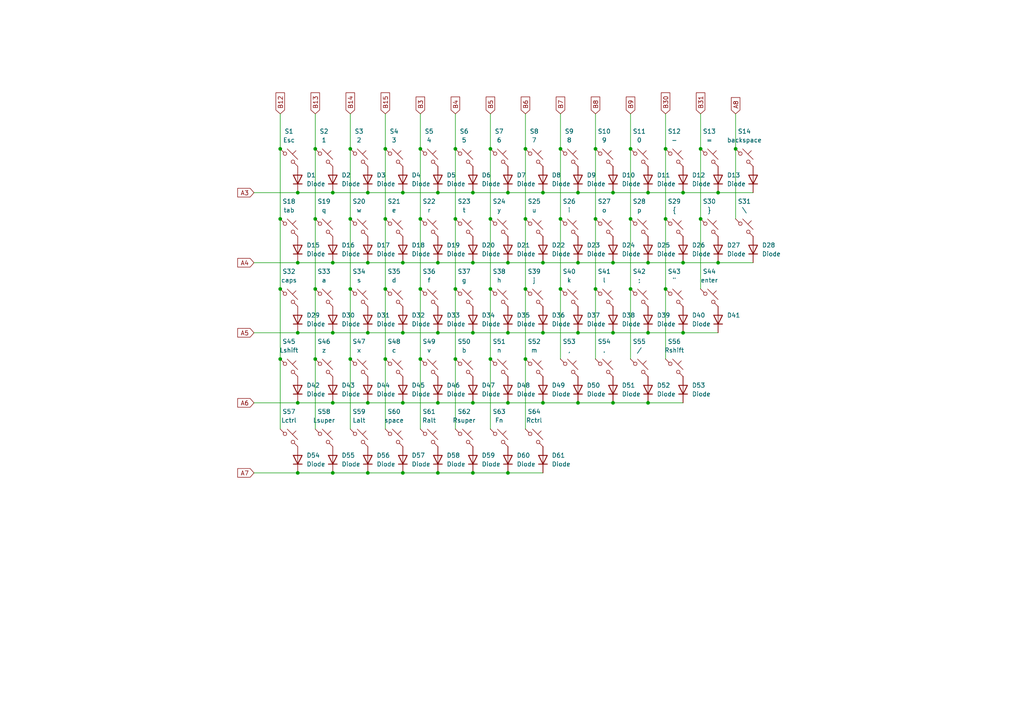
<source format=kicad_sch>
(kicad_sch (version 20231120) (generator "eeschema") (generator_version "8.0")
  (paper "A4")
  (title_block (title "KP1800 Matrix") (date "2025-05-02") (rev "0.1"))
  (junction (at 177.8 76.2))
  (junction (at 116.84 137.16))
  (junction (at 177.8 116.84))
  (junction (at 116.84 116.84))
  (junction (at 152.4 63.5))
  (junction (at 121.92 104.14))
  (junction (at 172.72 43.18))
  (junction (at 167.64 116.84))
  (junction (at 81.28 43.18))
  (junction (at 142.24 43.18))
  (junction (at 152.4 83.82))
  (junction (at 157.48 96.52))
  (junction (at 101.6 63.5))
  (junction (at 162.56 83.82))
  (junction (at 203.2 63.5))
  (junction (at 137.16 55.88))
  (junction (at 91.44 83.82))
  (junction (at 147.32 76.2))
  (junction (at 147.32 137.16))
  (junction (at 187.96 55.88))
  (junction (at 121.92 43.18))
  (junction (at 182.88 63.5))
  (junction (at 127 76.2))
  (junction (at 152.4 43.18))
  (junction (at 157.48 76.2))
  (junction (at 132.08 43.18))
  (junction (at 137.16 96.52))
  (junction (at 81.28 63.5))
  (junction (at 213.36 43.18))
  (junction (at 127 96.52))
  (junction (at 101.6 43.18))
  (junction (at 198.12 96.52))
  (junction (at 193.04 43.18))
  (junction (at 96.52 55.88))
  (junction (at 198.12 76.2))
  (junction (at 147.32 96.52))
  (junction (at 137.16 76.2))
  (junction (at 106.68 96.52))
  (junction (at 147.32 116.84))
  (junction (at 147.32 55.88))
  (junction (at 106.68 116.84))
  (junction (at 137.16 137.16))
  (junction (at 162.56 63.5))
  (junction (at 142.24 104.14))
  (junction (at 121.92 83.82))
  (junction (at 91.44 104.14))
  (junction (at 101.6 104.14))
  (junction (at 142.24 83.82))
  (junction (at 182.88 83.82))
  (junction (at 132.08 104.14))
  (junction (at 81.28 104.14))
  (junction (at 96.52 116.84))
  (junction (at 96.52 76.2))
  (junction (at 167.64 76.2))
  (junction (at 203.2 43.18))
  (junction (at 127 137.16))
  (junction (at 86.36 55.88))
  (junction (at 157.48 55.88))
  (junction (at 111.76 83.82))
  (junction (at 198.12 55.88))
  (junction (at 137.16 116.84))
  (junction (at 101.6 83.82))
  (junction (at 116.84 55.88))
  (junction (at 187.96 116.84))
  (junction (at 187.96 96.52))
  (junction (at 111.76 104.14))
  (junction (at 187.96 76.2))
  (junction (at 182.88 43.18))
  (junction (at 162.56 43.18))
  (junction (at 132.08 63.5))
  (junction (at 152.4 104.14))
  (junction (at 116.84 76.2))
  (junction (at 96.52 137.16))
  (junction (at 142.24 63.5))
  (junction (at 106.68 137.16))
  (junction (at 157.48 116.84))
  (junction (at 208.28 55.88))
  (junction (at 91.44 43.18))
  (junction (at 86.36 76.2))
  (junction (at 127 55.88))
  (junction (at 106.68 76.2))
  (junction (at 81.28 83.82))
  (junction (at 86.36 116.84))
  (junction (at 121.92 63.5))
  (junction (at 96.52 96.52))
  (junction (at 177.8 96.52))
  (junction (at 116.84 96.52))
  (junction (at 177.8 55.88))
  (junction (at 86.36 96.52))
  (junction (at 208.28 76.2))
  (junction (at 167.64 96.52))
  (junction (at 172.72 63.5))
  (junction (at 91.44 63.5))
  (junction (at 106.68 55.88))
  (junction (at 167.64 55.88))
  (junction (at 132.08 83.82))
  (junction (at 193.04 83.82))
  (junction (at 111.76 63.5))
  (junction (at 172.72 83.82))
  (junction (at 86.36 137.16))
  (junction (at 127 116.84))
  (junction (at 193.04 63.5))
  (junction (at 111.76 43.18))
  (wire (pts (xy 73.66 116.84) (xy 86.36 116.84)))
  (wire (pts (xy 172.72 63.5) (xy 172.72 83.82)))
  (wire (pts (xy 132.08 63.5) (xy 132.08 83.82)))
  (wire (pts (xy 162.56 63.5) (xy 162.56 83.82)))
  (wire (pts (xy 127 116.84) (xy 137.16 116.84)))
  (wire (pts (xy 96.52 137.16) (xy 106.68 137.16)))
  (wire (pts (xy 147.32 96.52) (xy 157.48 96.52)))
  (wire (pts (xy 127 76.2) (xy 137.16 76.2)))
  (wire (pts (xy 152.4 83.82) (xy 152.4 104.14)))
  (wire (pts (xy 116.84 76.2) (xy 127 76.2)))
  (wire (pts (xy 121.92 104.14) (xy 121.92 124.46)))
  (wire (pts (xy 137.16 96.52) (xy 147.32 96.52)))
  (wire (pts (xy 127 55.88) (xy 137.16 55.88)))
  (wire (pts (xy 187.96 76.2) (xy 198.12 76.2)))
  (wire (pts (xy 81.28 83.82) (xy 81.28 104.14)))
  (wire (pts (xy 177.8 55.88) (xy 187.96 55.88)))
  (wire (pts (xy 111.76 43.18) (xy 111.76 63.5)))
  (wire (pts (xy 81.28 43.18) (xy 81.28 63.5)))
  (wire (pts (xy 101.6 43.18) (xy 101.6 63.5)))
  (wire (pts (xy 86.36 76.2) (xy 96.52 76.2)))
  (wire (pts (xy 182.88 33.02) (xy 182.88 43.18)))
  (wire (pts (xy 121.92 83.82) (xy 121.92 104.14)))
  (wire (pts (xy 182.88 83.82) (xy 182.88 104.14)))
  (wire (pts (xy 86.36 96.52) (xy 96.52 96.52)))
  (wire (pts (xy 86.36 55.88) (xy 96.52 55.88)))
  (wire (pts (xy 167.64 76.2) (xy 177.8 76.2)))
  (wire (pts (xy 137.16 116.84) (xy 147.32 116.84)))
  (wire (pts (xy 132.08 104.14) (xy 132.08 124.46)))
  (wire (pts (xy 157.48 96.52) (xy 167.64 96.52)))
  (wire (pts (xy 177.8 76.2) (xy 187.96 76.2)))
  (wire (pts (xy 116.84 137.16) (xy 127 137.16)))
  (wire (pts (xy 73.66 137.16) (xy 86.36 137.16)))
  (wire (pts (xy 152.4 104.14) (xy 152.4 124.46)))
  (wire (pts (xy 177.8 116.84) (xy 187.96 116.84)))
  (wire (pts (xy 198.12 76.2) (xy 208.28 76.2)))
  (wire (pts (xy 162.56 83.82) (xy 162.56 104.14)))
  (wire (pts (xy 167.64 55.88) (xy 177.8 55.88)))
  (wire (pts (xy 193.04 33.02) (xy 193.04 43.18)))
  (wire (pts (xy 203.2 43.18) (xy 203.2 63.5)))
  (wire (pts (xy 81.28 104.14) (xy 81.28 124.46)))
  (wire (pts (xy 213.36 43.18) (xy 213.36 63.5)))
  (wire (pts (xy 96.52 116.84) (xy 106.68 116.84)))
  (wire (pts (xy 121.92 33.02) (xy 121.92 43.18)))
  (wire (pts (xy 187.96 96.52) (xy 198.12 96.52)))
  (wire (pts (xy 157.48 55.88) (xy 167.64 55.88)))
  (wire (pts (xy 137.16 55.88) (xy 147.32 55.88)))
  (wire (pts (xy 198.12 55.88) (xy 208.28 55.88)))
  (wire (pts (xy 147.32 137.16) (xy 157.48 137.16)))
  (wire (pts (xy 203.2 33.02) (xy 203.2 43.18)))
  (wire (pts (xy 73.66 55.88) (xy 86.36 55.88)))
  (wire (pts (xy 106.68 137.16) (xy 116.84 137.16)))
  (wire (pts (xy 91.44 33.02) (xy 91.44 43.18)))
  (wire (pts (xy 73.66 96.52) (xy 86.36 96.52)))
  (wire (pts (xy 111.76 83.82) (xy 111.76 104.14)))
  (wire (pts (xy 86.36 137.16) (xy 96.52 137.16)))
  (wire (pts (xy 193.04 43.18) (xy 193.04 63.5)))
  (wire (pts (xy 101.6 83.82) (xy 101.6 104.14)))
  (wire (pts (xy 81.28 33.02) (xy 81.28 43.18)))
  (wire (pts (xy 177.8 96.52) (xy 187.96 96.52)))
  (wire (pts (xy 81.28 63.5) (xy 81.28 83.82)))
  (wire (pts (xy 91.44 104.14) (xy 91.44 124.46)))
  (wire (pts (xy 111.76 63.5) (xy 111.76 83.82)))
  (wire (pts (xy 106.68 96.52) (xy 116.84 96.52)))
  (wire (pts (xy 142.24 43.18) (xy 142.24 63.5)))
  (wire (pts (xy 162.56 43.18) (xy 162.56 63.5)))
  (wire (pts (xy 157.48 116.84) (xy 167.64 116.84)))
  (wire (pts (xy 91.44 63.5) (xy 91.44 83.82)))
  (wire (pts (xy 121.92 43.18) (xy 121.92 63.5)))
  (wire (pts (xy 187.96 55.88) (xy 198.12 55.88)))
  (wire (pts (xy 116.84 116.84) (xy 127 116.84)))
  (wire (pts (xy 152.4 33.02) (xy 152.4 43.18)))
  (wire (pts (xy 142.24 104.14) (xy 142.24 124.46)))
  (wire (pts (xy 106.68 55.88) (xy 116.84 55.88)))
  (wire (pts (xy 106.68 76.2) (xy 116.84 76.2)))
  (wire (pts (xy 162.56 33.02) (xy 162.56 43.18)))
  (wire (pts (xy 137.16 76.2) (xy 147.32 76.2)))
  (wire (pts (xy 91.44 43.18) (xy 91.44 63.5)))
  (wire (pts (xy 73.66 76.2) (xy 86.36 76.2)))
  (wire (pts (xy 172.72 43.18) (xy 172.72 63.5)))
  (wire (pts (xy 167.64 116.84) (xy 177.8 116.84)))
  (wire (pts (xy 193.04 63.5) (xy 193.04 83.82)))
  (wire (pts (xy 147.32 76.2) (xy 157.48 76.2)))
  (wire (pts (xy 187.96 116.84) (xy 198.12 116.84)))
  (wire (pts (xy 142.24 33.02) (xy 142.24 43.18)))
  (wire (pts (xy 172.72 33.02) (xy 172.72 43.18)))
  (wire (pts (xy 198.12 96.52) (xy 208.28 96.52)))
  (wire (pts (xy 91.44 83.82) (xy 91.44 104.14)))
  (wire (pts (xy 96.52 76.2) (xy 106.68 76.2)))
  (wire (pts (xy 142.24 63.5) (xy 142.24 83.82)))
  (wire (pts (xy 132.08 43.18) (xy 132.08 63.5)))
  (wire (pts (xy 182.88 43.18) (xy 182.88 63.5)))
  (wire (pts (xy 101.6 104.14) (xy 101.6 124.46)))
  (wire (pts (xy 172.72 83.82) (xy 172.72 104.14)))
  (wire (pts (xy 203.2 63.5) (xy 203.2 83.82)))
  (wire (pts (xy 132.08 83.82) (xy 132.08 104.14)))
  (wire (pts (xy 116.84 55.88) (xy 127 55.88)))
  (wire (pts (xy 147.32 55.88) (xy 157.48 55.88)))
  (wire (pts (xy 96.52 55.88) (xy 106.68 55.88)))
  (wire (pts (xy 106.68 116.84) (xy 116.84 116.84)))
  (wire (pts (xy 132.08 33.02) (xy 132.08 43.18)))
  (wire (pts (xy 127 96.52) (xy 137.16 96.52)))
  (wire (pts (xy 142.24 83.82) (xy 142.24 104.14)))
  (wire (pts (xy 208.28 76.2) (xy 218.44 76.2)))
  (wire (pts (xy 137.16 137.16) (xy 147.32 137.16)))
  (wire (pts (xy 152.4 43.18) (xy 152.4 63.5)))
  (wire (pts (xy 111.76 104.14) (xy 111.76 124.46)))
  (wire (pts (xy 116.84 96.52) (xy 127 96.52)))
  (wire (pts (xy 96.52 96.52) (xy 106.68 96.52)))
  (wire (pts (xy 152.4 63.5) (xy 152.4 83.82)))
  (wire (pts (xy 167.64 96.52) (xy 177.8 96.52)))
  (wire (pts (xy 101.6 33.02) (xy 101.6 43.18)))
  (wire (pts (xy 127 137.16) (xy 137.16 137.16)))
  (wire (pts (xy 147.32 116.84) (xy 157.48 116.84)))
  (wire (pts (xy 86.36 116.84) (xy 96.52 116.84)))
  (wire (pts (xy 208.28 55.88) (xy 218.44 55.88)))
  (wire (pts (xy 101.6 63.5) (xy 101.6 83.82)))
  (wire (pts (xy 213.36 33.02) (xy 213.36 43.18)))
  (wire (pts (xy 111.76 33.02) (xy 111.76 43.18)))
  (wire (pts (xy 193.04 83.82) (xy 193.04 104.14)))
  (wire (pts (xy 182.88 63.5) (xy 182.88 83.82)))
  (wire (pts (xy 157.48 76.2) (xy 167.64 76.2)))
  (wire (pts (xy 121.92 63.5) (xy 121.92 83.82)))
  (global_label "B5" (shape input) (at 142.24 33.02 90) (property "Intersheetrefs" "${INTERSHEET_REFS}" (effects (hide yes))))
  (global_label "B9" (shape input) (at 182.88 33.02 90) (property "Intersheetrefs" "${INTERSHEET_REFS}" (effects (hide yes))))
  (global_label "A3" (shape input) (at 73.66 55.88 180) (property "Intersheetrefs" "${INTERSHEET_REFS}" (effects (hide yes))))
  (global_label "A7" (shape input) (at 73.66 137.16 180) (property "Intersheetrefs" "${INTERSHEET_REFS}" (effects (hide yes))))
  (global_label "A5" (shape input) (at 73.66 96.52 180) (property "Intersheetrefs" "${INTERSHEET_REFS}" (effects (hide yes))))
  (global_label "B31" (shape input) (at 203.2 33.02 90) (property "Intersheetrefs" "${INTERSHEET_REFS}" (effects (hide yes))))
  (global_label "B3" (shape input) (at 121.92 33.02 90) (property "Intersheetrefs" "${INTERSHEET_REFS}" (effects (hide yes))))
  (global_label "B15" (shape input) (at 111.76 33.02 90) (property "Intersheetrefs" "${INTERSHEET_REFS}" (effects (hide yes))))
  (global_label "B6" (shape input) (at 152.4 33.02 90) (property "Intersheetrefs" "${INTERSHEET_REFS}" (effects (hide yes))))
  (global_label "B30" (shape input) (at 193.04 33.02 90) (property "Intersheetrefs" "${INTERSHEET_REFS}" (effects (hide yes))))
  (global_label "B14" (shape input) (at 101.6 33.02 90) (property "Intersheetrefs" "${INTERSHEET_REFS}" (effects (hide yes))))
  (global_label "B4" (shape input) (at 132.08 33.02 90) (property "Intersheetrefs" "${INTERSHEET_REFS}" (effects (hide yes))))
  (global_label "B13" (shape input) (at 91.44 33.02 90) (property "Intersheetrefs" "${INTERSHEET_REFS}" (effects (hide yes))))
  (global_label "B7" (shape input) (at 162.56 33.02 90) (property "Intersheetrefs" "${INTERSHEET_REFS}" (effects (hide yes))))
  (global_label "A8" (shape input) (at 213.36 33.02 90) (property "Intersheetrefs" "${INTERSHEET_REFS}" (effects (hide yes))))
  (global_label "B12" (shape input) (at 81.28 33.02 90) (property "Intersheetrefs" "${INTERSHEET_REFS}" (effects (hide yes))))
  (global_label "A4" (shape input) (at 73.66 76.2 180) (property "Intersheetrefs" "${INTERSHEET_REFS}" (effects (hide yes))))
  (global_label "B8" (shape input) (at 172.72 33.02 90) (property "Intersheetrefs" "${INTERSHEET_REFS}" (effects (hide yes))))
  (global_label "A6" (shape input) (at 73.66 116.84 180) (property "Intersheetrefs" "${INTERSHEET_REFS}" (effects (hide yes))))
  (symbol (lib_id "ScottoKeebs:Placeholder_Keyswitch") (at 134.62 127 0) (unit 1)
    (property "Reference" "S62" (at 134.62 119.38 0))
    (property "Value" "Rsuper" (at 134.62 121.92 0))
    (property "Footprint" "ScottoKeebs_MX:MX_PCB_1.25u" (effects (hide yes)))
    (property "Description" "Push button switch, normally open, two pins, 45° tilted" (effects (hide yes)))
  )
  (symbol (lib_id "ScottoKeebs:Placeholder_Keyswitch") (at 83.82 86.36 0) (unit 1)
    (property "Reference" "S32" (at 83.82 78.74 0))
    (property "Value" "caps" (at 83.82 81.28 0))
    (property "Footprint" "ScottoKeebs_MX:MX_PCB_1.75u" (effects (hide yes)))
    (property "Description" "Push button switch, normally open, two pins, 45° tilted" (effects (hide yes)))
  )
  (symbol (lib_id "ScottoKeebs:Placeholder_Diode") (at 177.8 92.71 90) (unit 1)
    (property "Reference" "D38" (at 180.34 91.4399 90) (effects (justify right)))
    (property "Value" "Diode" (at 180.34 93.9799 90) (effects (justify right)))
    (property "Footprint" "Diode_SMD:D_SOD-123" (effects (hide yes)))
    (property "Description" "1N4148 (DO-35) or 1N4148W (SOD-123)" (effects (hide yes)))
    (property "Sim.Device" "D" (effects (hide yes)))
    (property "Sim.Pins" "1=K 2=A" (effects (hide yes)))
  )
  (symbol (lib_id "ScottoKeebs:Placeholder_Diode") (at 86.36 92.71 90) (unit 1)
    (property "Reference" "D29" (at 88.9 91.4399 90) (effects (justify right)))
    (property "Value" "Diode" (at 88.9 93.9799 90) (effects (justify right)))
    (property "Footprint" "Diode_SMD:D_SOD-123" (effects (hide yes)))
    (property "Description" "1N4148 (DO-35) or 1N4148W (SOD-123)" (effects (hide yes)))
    (property "Sim.Device" "D" (effects (hide yes)))
    (property "Sim.Pins" "1=K 2=A" (effects (hide yes)))
  )
  (symbol (lib_id "ScottoKeebs:Placeholder_Diode") (at 147.32 113.03 90) (unit 1)
    (property "Reference" "D48" (at 149.86 111.7599 90) (effects (justify right)))
    (property "Value" "Diode" (at 149.86 114.2999 90) (effects (justify right)))
    (property "Footprint" "Diode_SMD:D_SOD-123" (effects (hide yes)))
    (property "Description" "1N4148 (DO-35) or 1N4148W (SOD-123)" (effects (hide yes)))
    (property "Sim.Device" "D" (effects (hide yes)))
    (property "Sim.Pins" "1=K 2=A" (effects (hide yes)))
  )
  (symbol (lib_id "ScottoKeebs:Placeholder_Keyswitch") (at 195.58 66.04 0) (unit 1)
    (property "Reference" "S29" (at 195.58 58.42 0))
    (property "Value" "{" (at 195.58 60.96 0))
    (property "Footprint" "ScottoKeebs_MX:MX_PCB_1.00u" (effects (hide yes)))
    (property "Description" "Push button switch, normally open, two pins, 45° tilted" (effects (hide yes)))
  )
  (symbol (lib_id "ScottoKeebs:Placeholder_Keyswitch") (at 124.46 66.04 0) (unit 1)
    (property "Reference" "S22" (at 124.46 58.42 0))
    (property "Value" "r" (at 124.46 60.96 0))
    (property "Footprint" "ScottoKeebs_MX:MX_PCB_1.00u" (effects (hide yes)))
    (property "Description" "Push button switch, normally open, two pins, 45° tilted" (effects (hide yes)))
  )
  (symbol (lib_id "ScottoKeebs:Placeholder_Diode") (at 167.64 92.71 90) (unit 1)
    (property "Reference" "D37" (at 170.18 91.4399 90) (effects (justify right)))
    (property "Value" "Diode" (at 170.18 93.9799 90) (effects (justify right)))
    (property "Footprint" "Diode_SMD:D_SOD-123" (effects (hide yes)))
    (property "Description" "1N4148 (DO-35) or 1N4148W (SOD-123)" (effects (hide yes)))
    (property "Sim.Device" "D" (effects (hide yes)))
    (property "Sim.Pins" "1=K 2=A" (effects (hide yes)))
  )
  (symbol (lib_id "ScottoKeebs:Placeholder_Keyswitch") (at 154.94 66.04 0) (unit 1)
    (property "Reference" "S25" (at 154.94 58.42 0))
    (property "Value" "u" (at 154.94 60.96 0))
    (property "Footprint" "ScottoKeebs_MX:MX_PCB_1.00u" (effects (hide yes)))
    (property "Description" "Push button switch, normally open, two pins, 45° tilted" (effects (hide yes)))
  )
  (symbol (lib_id "ScottoKeebs:Placeholder_Diode") (at 116.84 113.03 90) (unit 1)
    (property "Reference" "D45" (at 119.38 111.7599 90) (effects (justify right)))
    (property "Value" "Diode" (at 119.38 114.2999 90) (effects (justify right)))
    (property "Footprint" "Diode_SMD:D_SOD-123" (effects (hide yes)))
    (property "Description" "1N4148 (DO-35) or 1N4148W (SOD-123)" (effects (hide yes)))
    (property "Sim.Device" "D" (effects (hide yes)))
    (property "Sim.Pins" "1=K 2=A" (effects (hide yes)))
  )
  (symbol (lib_id "ScottoKeebs:Placeholder_Diode") (at 198.12 72.39 90) (unit 1)
    (property "Reference" "D26" (at 200.66 71.1199 90) (effects (justify right)))
    (property "Value" "Diode" (at 200.66 73.6599 90) (effects (justify right)))
    (property "Footprint" "Diode_SMD:D_SOD-123" (effects (hide yes)))
    (property "Description" "1N4148 (DO-35) or 1N4148W (SOD-123)" (effects (hide yes)))
    (property "Sim.Device" "D" (effects (hide yes)))
    (property "Sim.Pins" "1=K 2=A" (effects (hide yes)))
  )
  (symbol (lib_id "ScottoKeebs:Placeholder_Keyswitch") (at 185.42 45.72 0) (unit 1)
    (property "Reference" "S11" (at 185.42 38.1 0))
    (property "Value" "0" (at 185.42 40.64 0))
    (property "Footprint" "ScottoKeebs_MX:MX_PCB_1.00u" (effects (hide yes)))
    (property "Description" "Push button switch, normally open, two pins, 45° tilted" (effects (hide yes)))
  )
  (symbol (lib_id "ScottoKeebs:Placeholder_Keyswitch") (at 165.1 45.72 0) (unit 1)
    (property "Reference" "S9" (at 165.1 38.1 0))
    (property "Value" "8" (at 165.1 40.64 0))
    (property "Footprint" "ScottoKeebs_MX:MX_PCB_1.00u" (effects (hide yes)))
    (property "Description" "Push button switch, normally open, two pins, 45° tilted" (effects (hide yes)))
  )
  (symbol (lib_id "ScottoKeebs:Placeholder_Keyswitch") (at 83.82 127 0) (unit 1)
    (property "Reference" "S57" (at 83.82 119.38 0))
    (property "Value" "Lctrl" (at 83.82 121.92 0))
    (property "Footprint" "ScottoKeebs_MX:MX_PCB_1.25u" (effects (hide yes)))
    (property "Description" "Push button switch, normally open, two pins, 45° tilted" (effects (hide yes)))
  )
  (symbol (lib_id "ScottoKeebs:Placeholder_Keyswitch") (at 205.74 86.36 0) (unit 1)
    (property "Reference" "S44" (at 205.74 78.74 0))
    (property "Value" "enter" (at 205.74 81.28 0))
    (property "Footprint" "ScottoKeebs_MX:MX_PCB_2.25u" (effects (hide yes)))
    (property "Description" "Push button switch, normally open, two pins, 45° tilted" (effects (hide yes)))
  )
  (symbol (lib_id "ScottoKeebs:Placeholder_Diode") (at 86.36 133.35 90) (unit 1)
    (property "Reference" "D54" (at 88.9 132.0799 90) (effects (justify right)))
    (property "Value" "Diode" (at 88.9 134.6199 90) (effects (justify right)))
    (property "Footprint" "Diode_SMD:D_SOD-123" (effects (hide yes)))
    (property "Description" "1N4148 (DO-35) or 1N4148W (SOD-123)" (effects (hide yes)))
    (property "Sim.Device" "D" (effects (hide yes)))
    (property "Sim.Pins" "1=K 2=A" (effects (hide yes)))
  )
  (symbol (lib_id "ScottoKeebs:Placeholder_Keyswitch") (at 144.78 106.68 0) (unit 1)
    (property "Reference" "S51" (at 144.78 99.06 0))
    (property "Value" "n" (at 144.78 101.6 0))
    (property "Footprint" "ScottoKeebs_MX:MX_PCB_1.00u" (effects (hide yes)))
    (property "Description" "Push button switch, normally open, two pins, 45° tilted" (effects (hide yes)))
  )
  (symbol (lib_id "ScottoKeebs:Placeholder_Diode") (at 147.32 52.07 90) (unit 1)
    (property "Reference" "D7" (at 149.86 50.7999 90) (effects (justify right)))
    (property "Value" "Diode" (at 149.86 53.3399 90) (effects (justify right)))
    (property "Footprint" "Diode_SMD:D_SOD-123" (effects (hide yes)))
    (property "Description" "1N4148 (DO-35) or 1N4148W (SOD-123)" (effects (hide yes)))
    (property "Sim.Device" "D" (effects (hide yes)))
    (property "Sim.Pins" "1=K 2=A" (effects (hide yes)))
  )
  (symbol (lib_id "ScottoKeebs:Placeholder_Diode") (at 127 52.07 90) (unit 1)
    (property "Reference" "D5" (at 129.54 50.7999 90) (effects (justify right)))
    (property "Value" "Diode" (at 129.54 53.3399 90) (effects (justify right)))
    (property "Footprint" "Diode_SMD:D_SOD-123" (effects (hide yes)))
    (property "Description" "1N4148 (DO-35) or 1N4148W (SOD-123)" (effects (hide yes)))
    (property "Sim.Device" "D" (effects (hide yes)))
    (property "Sim.Pins" "1=K 2=A" (effects (hide yes)))
  )
  (symbol (lib_id "ScottoKeebs:Placeholder_Diode") (at 106.68 113.03 90) (unit 1)
    (property "Reference" "D44" (at 109.22 111.7599 90) (effects (justify right)))
    (property "Value" "Diode" (at 109.22 114.2999 90) (effects (justify right)))
    (property "Footprint" "Diode_SMD:D_SOD-123" (effects (hide yes)))
    (property "Description" "1N4148 (DO-35) or 1N4148W (SOD-123)" (effects (hide yes)))
    (property "Sim.Device" "D" (effects (hide yes)))
    (property "Sim.Pins" "1=K 2=A" (effects (hide yes)))
  )
  (symbol (lib_id "ScottoKeebs:Placeholder_Diode") (at 106.68 72.39 90) (unit 1)
    (property "Reference" "D17" (at 109.22 71.1199 90) (effects (justify right)))
    (property "Value" "Diode" (at 109.22 73.6599 90) (effects (justify right)))
    (property "Footprint" "Diode_SMD:D_SOD-123" (effects (hide yes)))
    (property "Description" "1N4148 (DO-35) or 1N4148W (SOD-123)" (effects (hide yes)))
    (property "Sim.Device" "D" (effects (hide yes)))
    (property "Sim.Pins" "1=K 2=A" (effects (hide yes)))
  )
  (symbol (lib_id "ScottoKeebs:Placeholder_Keyswitch") (at 83.82 45.72 0) (unit 1)
    (property "Reference" "S1" (at 83.82 38.1 0))
    (property "Value" "Esc" (at 83.82 40.64 0))
    (property "Footprint" "ScottoKeebs_MX:MX_PCB_1.00u" (effects (hide yes)))
    (property "Description" "Push button switch, normally open, two pins, 45° tilted" (effects (hide yes)))
  )
  (symbol (lib_id "ScottoKeebs:Placeholder_Keyswitch") (at 195.58 106.68 0) (unit 1)
    (property "Reference" "S56" (at 195.58 99.06 0))
    (property "Value" "Rshift" (at 195.58 101.6 0))
    (property "Footprint" "ScottoKeebs_MX:MX_PCB_2.75u" (effects (hide yes)))
    (property "Description" "Push button switch, normally open, two pins, 45° tilted" (effects (hide yes)))
  )
  (symbol (lib_id "ScottoKeebs:Placeholder_Diode") (at 127 72.39 90) (unit 1)
    (property "Reference" "D19" (at 129.54 71.1199 90) (effects (justify right)))
    (property "Value" "Diode" (at 129.54 73.6599 90) (effects (justify right)))
    (property "Footprint" "Diode_SMD:D_SOD-123" (effects (hide yes)))
    (property "Description" "1N4148 (DO-35) or 1N4148W (SOD-123)" (effects (hide yes)))
    (property "Sim.Device" "D" (effects (hide yes)))
    (property "Sim.Pins" "1=K 2=A" (effects (hide yes)))
  )
  (symbol (lib_id "ScottoKeebs:Placeholder_Keyswitch") (at 114.3 106.68 0) (unit 1)
    (property "Reference" "S48" (at 114.3 99.06 0))
    (property "Value" "c" (at 114.3 101.6 0))
    (property "Footprint" "ScottoKeebs_MX:MX_PCB_1.00u" (effects (hide yes)))
    (property "Description" "Push button switch, normally open, two pins, 45° tilted" (effects (hide yes)))
  )
  (symbol (lib_id "ScottoKeebs:Placeholder_Keyswitch") (at 205.74 66.04 0) (unit 1)
    (property "Reference" "S30" (at 205.74 58.42 0))
    (property "Value" "}" (at 205.74 60.96 0))
    (property "Footprint" "ScottoKeebs_MX:MX_PCB_1.00u" (effects (hide yes)))
    (property "Description" "Push button switch, normally open, two pins, 45° tilted" (effects (hide yes)))
  )
  (symbol (lib_id "ScottoKeebs:Placeholder_Diode") (at 177.8 72.39 90) (unit 1)
    (property "Reference" "D24" (at 180.34 71.1199 90) (effects (justify right)))
    (property "Value" "Diode" (at 180.34 73.6599 90) (effects (justify right)))
    (property "Footprint" "Diode_SMD:D_SOD-123" (effects (hide yes)))
    (property "Description" "1N4148 (DO-35) or 1N4148W (SOD-123)" (effects (hide yes)))
    (property "Sim.Device" "D" (effects (hide yes)))
    (property "Sim.Pins" "1=K 2=A" (effects (hide yes)))
  )
  (symbol (lib_id "ScottoKeebs:Placeholder_Diode") (at 177.8 52.07 90) (unit 1)
    (property "Reference" "D10" (at 180.34 50.7999 90) (effects (justify right)))
    (property "Value" "Diode" (at 180.34 53.3399 90) (effects (justify right)))
    (property "Footprint" "Diode_SMD:D_SOD-123" (effects (hide yes)))
    (property "Description" "1N4148 (DO-35) or 1N4148W (SOD-123)" (effects (hide yes)))
    (property "Sim.Device" "D" (effects (hide yes)))
    (property "Sim.Pins" "1=K 2=A" (effects (hide yes)))
  )
  (symbol (lib_id "ScottoKeebs:Placeholder_Diode") (at 147.32 133.35 90) (unit 1)
    (property "Reference" "D60" (at 149.86 132.0799 90) (effects (justify right)))
    (property "Value" "Diode" (at 149.86 134.6199 90) (effects (justify right)))
    (property "Footprint" "Diode_SMD:D_SOD-123" (effects (hide yes)))
    (property "Description" "1N4148 (DO-35) or 1N4148W (SOD-123)" (effects (hide yes)))
    (property "Sim.Device" "D" (effects (hide yes)))
    (property "Sim.Pins" "1=K 2=A" (effects (hide yes)))
  )
  (symbol (lib_id "ScottoKeebs:Placeholder_Keyswitch") (at 144.78 66.04 0) (unit 1)
    (property "Reference" "S24" (at 144.78 58.42 0))
    (property "Value" "y" (at 144.78 60.96 0))
    (property "Footprint" "ScottoKeebs_MX:MX_PCB_1.00u" (effects (hide yes)))
    (property "Description" "Push button switch, normally open, two pins, 45° tilted" (effects (hide yes)))
  )
  (symbol (lib_id "ScottoKeebs:Placeholder_Keyswitch") (at 175.26 45.72 0) (unit 1)
    (property "Reference" "S10" (at 175.26 38.1 0))
    (property "Value" "9" (at 175.26 40.64 0))
    (property "Footprint" "ScottoKeebs_MX:MX_PCB_1.00u" (effects (hide yes)))
    (property "Description" "Push button switch, normally open, two pins, 45° tilted" (effects (hide yes)))
  )
  (symbol (lib_id "ScottoKeebs:Placeholder_Diode") (at 157.48 113.03 90) (unit 1)
    (property "Reference" "D49" (at 160.02 111.7599 90) (effects (justify right)))
    (property "Value" "Diode" (at 160.02 114.2999 90) (effects (justify right)))
    (property "Footprint" "Diode_SMD:D_SOD-123" (effects (hide yes)))
    (property "Description" "1N4148 (DO-35) or 1N4148W (SOD-123)" (effects (hide yes)))
    (property "Sim.Device" "D" (effects (hide yes)))
    (property "Sim.Pins" "1=K 2=A" (effects (hide yes)))
  )
  (symbol (lib_id "ScottoKeebs:Placeholder_Diode") (at 208.28 72.39 90) (unit 1)
    (property "Reference" "D27" (at 210.82 71.1199 90) (effects (justify right)))
    (property "Value" "Diode" (at 210.82 73.6599 90) (effects (justify right)))
    (property "Footprint" "Diode_SMD:D_SOD-123" (effects (hide yes)))
    (property "Description" "1N4148 (DO-35) or 1N4148W (SOD-123)" (effects (hide yes)))
    (property "Sim.Device" "D" (effects (hide yes)))
    (property "Sim.Pins" "1=K 2=A" (effects (hide yes)))
  )
  (symbol (lib_id "ScottoKeebs:Placeholder_Keyswitch") (at 104.14 45.72 0) (unit 1)
    (property "Reference" "S3" (at 104.14 38.1 0))
    (property "Value" "2" (at 104.14 40.64 0))
    (property "Footprint" "ScottoKeebs_MX:MX_PCB_1.00u" (effects (hide yes)))
    (property "Description" "Push button switch, normally open, two pins, 45° tilted" (effects (hide yes)))
  )
  (symbol (lib_id "ScottoKeebs:Placeholder_Diode") (at 137.16 113.03 90) (unit 1)
    (property "Reference" "D47" (at 139.7 111.7599 90) (effects (justify right)))
    (property "Value" "Diode" (at 139.7 114.2999 90) (effects (justify right)))
    (property "Footprint" "Diode_SMD:D_SOD-123" (effects (hide yes)))
    (property "Description" "1N4148 (DO-35) or 1N4148W (SOD-123)" (effects (hide yes)))
    (property "Sim.Device" "D" (effects (hide yes)))
    (property "Sim.Pins" "1=K 2=A" (effects (hide yes)))
  )
  (symbol (lib_id "ScottoKeebs:Placeholder_Diode") (at 157.48 133.35 90) (unit 1)
    (property "Reference" "D61" (at 160.02 132.0799 90) (effects (justify right)))
    (property "Value" "Diode" (at 160.02 134.6199 90) (effects (justify right)))
    (property "Footprint" "Diode_SMD:D_SOD-123" (effects (hide yes)))
    (property "Description" "1N4148 (DO-35) or 1N4148W (SOD-123)" (effects (hide yes)))
    (property "Sim.Device" "D" (effects (hide yes)))
    (property "Sim.Pins" "1=K 2=A" (effects (hide yes)))
  )
  (symbol (lib_id "ScottoKeebs:Placeholder_Keyswitch") (at 114.3 66.04 0) (unit 1)
    (property "Reference" "S21" (at 114.3 58.42 0))
    (property "Value" "e" (at 114.3 60.96 0))
    (property "Footprint" "ScottoKeebs_MX:MX_PCB_1.00u" (effects (hide yes)))
    (property "Description" "Push button switch, normally open, two pins, 45° tilted" (effects (hide yes)))
  )
  (symbol (lib_id "ScottoKeebs:Placeholder_Keyswitch") (at 104.14 86.36 0) (unit 1)
    (property "Reference" "S34" (at 104.14 78.74 0))
    (property "Value" "s" (at 104.14 81.28 0))
    (property "Footprint" "ScottoKeebs_MX:MX_PCB_1.00u" (effects (hide yes)))
    (property "Description" "Push button switch, normally open, two pins, 45° tilted" (effects (hide yes)))
  )
  (symbol (lib_id "ScottoKeebs:Placeholder_Keyswitch") (at 83.82 66.04 0) (unit 1)
    (property "Reference" "S18" (at 83.82 58.42 0))
    (property "Value" "tab" (at 83.82 60.96 0))
    (property "Footprint" "ScottoKeebs_MX:MX_PCB_1.50u" (effects (hide yes)))
    (property "Description" "Push button switch, normally open, two pins, 45° tilted" (effects (hide yes)))
  )
  (symbol (lib_id "ScottoKeebs:Placeholder_Keyswitch") (at 154.94 127 0) (unit 1)
    (property "Reference" "S64" (at 154.94 119.38 0))
    (property "Value" "Rctrl" (at 154.94 121.92 0))
    (property "Footprint" "ScottoKeebs_MX:MX_PCB_1.25u" (effects (hide yes)))
    (property "Description" "Push button switch, normally open, two pins, 45° tilted" (effects (hide yes)))
  )
  (symbol (lib_id "ScottoKeebs:Placeholder_Keyswitch") (at 195.58 86.36 0) (unit 1)
    (property "Reference" "S43" (at 195.58 78.74 0))
    (property "Value" "\"" (at 195.58 81.28 0))
    (property "Footprint" "ScottoKeebs_MX:MX_PCB_1.00u" (effects (hide yes)))
    (property "Description" "Push button switch, normally open, two pins, 45° tilted" (effects (hide yes)))
  )
  (symbol (lib_id "ScottoKeebs:Placeholder_Diode") (at 116.84 133.35 90) (unit 1)
    (property "Reference" "D57" (at 119.38 132.0799 90) (effects (justify right)))
    (property "Value" "Diode" (at 119.38 134.6199 90) (effects (justify right)))
    (property "Footprint" "Diode_SMD:D_SOD-123" (effects (hide yes)))
    (property "Description" "1N4148 (DO-35) or 1N4148W (SOD-123)" (effects (hide yes)))
    (property "Sim.Device" "D" (effects (hide yes)))
    (property "Sim.Pins" "1=K 2=A" (effects (hide yes)))
  )
  (symbol (lib_id "ScottoKeebs:Placeholder_Diode") (at 167.64 52.07 90) (unit 1)
    (property "Reference" "D9" (at 170.18 50.7999 90) (effects (justify right)))
    (property "Value" "Diode" (at 170.18 53.3399 90) (effects (justify right)))
    (property "Footprint" "Diode_SMD:D_SOD-123" (effects (hide yes)))
    (property "Description" "1N4148 (DO-35) or 1N4148W (SOD-123)" (effects (hide yes)))
    (property "Sim.Device" "D" (effects (hide yes)))
    (property "Sim.Pins" "1=K 2=A" (effects (hide yes)))
  )
  (symbol (lib_id "ScottoKeebs:Placeholder_Keyswitch") (at 175.26 106.68 0) (unit 1)
    (property "Reference" "S54" (at 175.26 99.06 0))
    (property "Value" "." (at 175.26 101.6 0))
    (property "Footprint" "ScottoKeebs_MX:MX_PCB_1.00u" (effects (hide yes)))
    (property "Description" "Push button switch, normally open, two pins, 45° tilted" (effects (hide yes)))
  )
  (symbol (lib_id "ScottoKeebs:Placeholder_Keyswitch") (at 114.3 45.72 0) (unit 1)
    (property "Reference" "S4" (at 114.3 38.1 0))
    (property "Value" "3" (at 114.3 40.64 0))
    (property "Footprint" "ScottoKeebs_MX:MX_PCB_1.00u" (effects (hide yes)))
    (property "Description" "Push button switch, normally open, two pins, 45° tilted" (effects (hide yes)))
  )
  (symbol (lib_id "ScottoKeebs:Placeholder_Keyswitch") (at 114.3 127 0) (unit 1)
    (property "Reference" "S60" (at 114.3 119.38 0))
    (property "Value" "space" (at 114.3 121.92 0))
    (property "Footprint" "ScottoKeebs_MX:MX_PCB_6.25u" (effects (hide yes)))
    (property "Description" "Push button switch, normally open, two pins, 45° tilted" (effects (hide yes)))
  )
  (symbol (lib_id "ScottoKeebs:Placeholder_Keyswitch") (at 175.26 66.04 0) (unit 1)
    (property "Reference" "S27" (at 175.26 58.42 0))
    (property "Value" "o" (at 175.26 60.96 0))
    (property "Footprint" "ScottoKeebs_MX:MX_PCB_1.00u" (effects (hide yes)))
    (property "Description" "Push button switch, normally open, two pins, 45° tilted" (effects (hide yes)))
  )
  (symbol (lib_id "ScottoKeebs:Placeholder_Keyswitch") (at 144.78 86.36 0) (unit 1)
    (property "Reference" "S38" (at 144.78 78.74 0))
    (property "Value" "h" (at 144.78 81.28 0))
    (property "Footprint" "ScottoKeebs_MX:MX_PCB_1.00u" (effects (hide yes)))
    (property "Description" "Push button switch, normally open, two pins, 45° tilted" (effects (hide yes)))
  )
  (symbol (lib_id "ScottoKeebs:Placeholder_Diode") (at 208.28 52.07 90) (unit 1)
    (property "Reference" "D13" (at 210.82 50.7999 90) (effects (justify right)))
    (property "Value" "Diode" (at 210.82 53.3399 90) (effects (justify right)))
    (property "Footprint" "Diode_SMD:D_SOD-123" (effects (hide yes)))
    (property "Description" "1N4148 (DO-35) or 1N4148W (SOD-123)" (effects (hide yes)))
    (property "Sim.Device" "D" (effects (hide yes)))
    (property "Sim.Pins" "1=K 2=A" (effects (hide yes)))
  )
  (symbol (lib_id "ScottoKeebs:Placeholder_Keyswitch") (at 134.62 106.68 0) (unit 1)
    (property "Reference" "S50" (at 134.62 99.06 0))
    (property "Value" "b" (at 134.62 101.6 0))
    (property "Footprint" "ScottoKeebs_MX:MX_PCB_1.00u" (effects (hide yes)))
    (property "Description" "Push button switch, normally open, two pins, 45° tilted" (effects (hide yes)))
  )
  (symbol (lib_id "ScottoKeebs:Placeholder_Keyswitch") (at 165.1 86.36 0) (unit 1)
    (property "Reference" "S40" (at 165.1 78.74 0))
    (property "Value" "k" (at 165.1 81.28 0))
    (property "Footprint" "ScottoKeebs_MX:MX_PCB_1.00u" (effects (hide yes)))
    (property "Description" "Push button switch, normally open, two pins, 45° tilted" (effects (hide yes)))
  )
  (symbol (lib_id "ScottoKeebs:Placeholder_Keyswitch") (at 144.78 45.72 0) (unit 1)
    (property "Reference" "S7" (at 144.78 38.1 0))
    (property "Value" "6" (at 144.78 40.64 0))
    (property "Footprint" "ScottoKeebs_MX:MX_PCB_1.00u" (effects (hide yes)))
    (property "Description" "Push button switch, normally open, two pins, 45° tilted" (effects (hide yes)))
  )
  (symbol (lib_id "ScottoKeebs:Placeholder_Diode") (at 116.84 92.71 90) (unit 1)
    (property "Reference" "D32" (at 119.38 91.4399 90) (effects (justify right)))
    (property "Value" "Diode" (at 119.38 93.9799 90) (effects (justify right)))
    (property "Footprint" "Diode_SMD:D_SOD-123" (effects (hide yes)))
    (property "Description" "1N4148 (DO-35) or 1N4148W (SOD-123)" (effects (hide yes)))
    (property "Sim.Device" "D" (effects (hide yes)))
    (property "Sim.Pins" "1=K 2=A" (effects (hide yes)))
  )
  (symbol (lib_id "ScottoKeebs:Placeholder_Diode") (at 177.8 113.03 90) (unit 1)
    (property "Reference" "D51" (at 180.34 111.7599 90) (effects (justify right)))
    (property "Value" "Diode" (at 180.34 114.2999 90) (effects (justify right)))
    (property "Footprint" "Diode_SMD:D_SOD-123" (effects (hide yes)))
    (property "Description" "1N4148 (DO-35) or 1N4148W (SOD-123)" (effects (hide yes)))
    (property "Sim.Device" "D" (effects (hide yes)))
    (property "Sim.Pins" "1=K 2=A" (effects (hide yes)))
  )
  (symbol (lib_id "ScottoKeebs:Placeholder_Diode") (at 147.32 72.39 90) (unit 1)
    (property "Reference" "D21" (at 149.86 71.1199 90) (effects (justify right)))
    (property "Value" "Diode" (at 149.86 73.6599 90) (effects (justify right)))
    (property "Footprint" "Diode_SMD:D_SOD-123" (effects (hide yes)))
    (property "Description" "1N4148 (DO-35) or 1N4148W (SOD-123)" (effects (hide yes)))
    (property "Sim.Device" "D" (effects (hide yes)))
    (property "Sim.Pins" "1=K 2=A" (effects (hide yes)))
  )
  (symbol (lib_id "ScottoKeebs:Placeholder_Diode") (at 218.44 72.39 90) (unit 1)
    (property "Reference" "D28" (at 220.98 71.1199 90) (effects (justify right)))
    (property "Value" "Diode" (at 220.98 73.6599 90) (effects (justify right)))
    (property "Footprint" "Diode_SMD:D_SOD-123" (effects (hide yes)))
    (property "Description" "1N4148 (DO-35) or 1N4148W (SOD-123)" (effects (hide yes)))
    (property "Sim.Device" "D" (effects (hide yes)))
    (property "Sim.Pins" "1=K 2=A" (effects (hide yes)))
  )
  (symbol (lib_id "ScottoKeebs:Placeholder_Diode") (at 198.12 113.03 90) (unit 1)
    (property "Reference" "D53" (at 200.66 111.7599 90) (effects (justify right)))
    (property "Value" "Diode" (at 200.66 114.2999 90) (effects (justify right)))
    (property "Footprint" "Diode_SMD:D_SOD-123" (effects (hide yes)))
    (property "Description" "1N4148 (DO-35) or 1N4148W (SOD-123)" (effects (hide yes)))
    (property "Sim.Device" "D" (effects (hide yes)))
    (property "Sim.Pins" "1=K 2=A" (effects (hide yes)))
  )
  (symbol (lib_id "ScottoKeebs:Placeholder_Diode") (at 198.12 52.07 90) (unit 1)
    (property "Reference" "D12" (at 200.66 50.7999 90) (effects (justify right)))
    (property "Value" "Diode" (at 200.66 53.3399 90) (effects (justify right)))
    (property "Footprint" "Diode_SMD:D_SOD-123" (effects (hide yes)))
    (property "Description" "1N4148 (DO-35) or 1N4148W (SOD-123)" (effects (hide yes)))
    (property "Sim.Device" "D" (effects (hide yes)))
    (property "Sim.Pins" "1=K 2=A" (effects (hide yes)))
  )
  (symbol (lib_id "ScottoKeebs:Placeholder_Keyswitch") (at 165.1 106.68 0) (unit 1)
    (property "Reference" "S53" (at 165.1 99.06 0))
    (property "Value" "," (at 165.1 101.6 0))
    (property "Footprint" "ScottoKeebs_MX:MX_PCB_1.00u" (effects (hide yes)))
    (property "Description" "Push button switch, normally open, two pins, 45° tilted" (effects (hide yes)))
  )
  (symbol (lib_id "ScottoKeebs:Placeholder_Diode") (at 137.16 92.71 90) (unit 1)
    (property "Reference" "D34" (at 139.7 91.4399 90) (effects (justify right)))
    (property "Value" "Diode" (at 139.7 93.9799 90) (effects (justify right)))
    (property "Footprint" "Diode_SMD:D_SOD-123" (effects (hide yes)))
    (property "Description" "1N4148 (DO-35) or 1N4148W (SOD-123)" (effects (hide yes)))
    (property "Sim.Device" "D" (effects (hide yes)))
    (property "Sim.Pins" "1=K 2=A" (effects (hide yes)))
  )
  (symbol (lib_id "ScottoKeebs:Placeholder_Keyswitch") (at 104.14 106.68 0) (unit 1)
    (property "Reference" "S47" (at 104.14 99.06 0))
    (property "Value" "x" (at 104.14 101.6 0))
    (property "Footprint" "ScottoKeebs_MX:MX_PCB_1.00u" (effects (hide yes)))
    (property "Description" "Push button switch, normally open, two pins, 45° tilted" (effects (hide yes)))
  )
  (symbol (lib_id "ScottoKeebs:Placeholder_Keyswitch") (at 83.82 106.68 0) (unit 1)
    (property "Reference" "S45" (at 83.82 99.06 0))
    (property "Value" "Lshift" (at 83.82 101.6 0))
    (property "Footprint" "ScottoKeebs_MX:MX_PCB_2.25u" (effects (hide yes)))
    (property "Description" "Push button switch, normally open, two pins, 45° tilted" (effects (hide yes)))
  )
  (symbol (lib_id "ScottoKeebs:Placeholder_Diode") (at 157.48 52.07 90) (unit 1)
    (property "Reference" "D8" (at 160.02 50.7999 90) (effects (justify right)))
    (property "Value" "Diode" (at 160.02 53.3399 90) (effects (justify right)))
    (property "Footprint" "Diode_SMD:D_SOD-123" (effects (hide yes)))
    (property "Description" "1N4148 (DO-35) or 1N4148W (SOD-123)" (effects (hide yes)))
    (property "Sim.Device" "D" (effects (hide yes)))
    (property "Sim.Pins" "1=K 2=A" (effects (hide yes)))
  )
  (symbol (lib_id "ScottoKeebs:Placeholder_Keyswitch") (at 124.46 86.36 0) (unit 1)
    (property "Reference" "S36" (at 124.46 78.74 0))
    (property "Value" "f" (at 124.46 81.28 0))
    (property "Footprint" "ScottoKeebs_MX:MX_PCB_1.00u" (effects (hide yes)))
    (property "Description" "Push button switch, normally open, two pins, 45° tilted" (effects (hide yes)))
  )
  (symbol (lib_id "ScottoKeebs:Placeholder_Keyswitch") (at 93.98 127 0) (unit 1)
    (property "Reference" "S58" (at 93.98 119.38 0))
    (property "Value" "Lsuper" (at 93.98 121.92 0))
    (property "Footprint" "ScottoKeebs_MX:MX_PCB_1.25u" (effects (hide yes)))
    (property "Description" "Push button switch, normally open, two pins, 45° tilted" (effects (hide yes)))
  )
  (symbol (lib_id "ScottoKeebs:Placeholder_Keyswitch") (at 104.14 66.04 0) (unit 1)
    (property "Reference" "S20" (at 104.14 58.42 0))
    (property "Value" "w" (at 104.14 60.96 0))
    (property "Footprint" "ScottoKeebs_MX:MX_PCB_1.00u" (effects (hide yes)))
    (property "Description" "Push button switch, normally open, two pins, 45° tilted" (effects (hide yes)))
  )
  (symbol (lib_id "ScottoKeebs:Placeholder_Diode") (at 96.52 133.35 90) (unit 1)
    (property "Reference" "D55" (at 99.06 132.0799 90) (effects (justify right)))
    (property "Value" "Diode" (at 99.06 134.6199 90) (effects (justify right)))
    (property "Footprint" "Diode_SMD:D_SOD-123" (effects (hide yes)))
    (property "Description" "1N4148 (DO-35) or 1N4148W (SOD-123)" (effects (hide yes)))
    (property "Sim.Device" "D" (effects (hide yes)))
    (property "Sim.Pins" "1=K 2=A" (effects (hide yes)))
  )
  (symbol (lib_id "ScottoKeebs:Placeholder_Keyswitch") (at 134.62 45.72 0) (unit 1)
    (property "Reference" "S6" (at 134.62 38.1 0))
    (property "Value" "5" (at 134.62 40.64 0))
    (property "Footprint" "ScottoKeebs_MX:MX_PCB_1.00u" (effects (hide yes)))
    (property "Description" "Push button switch, normally open, two pins, 45° tilted" (effects (hide yes)))
  )
  (symbol (lib_id "ScottoKeebs:Placeholder_Diode") (at 208.28 92.71 90) (unit 1)
    (property "Reference" "D41" (at 210.82 91.4399 90) (effects (justify right)))
    (property "Value" "Diode" (effects (hide yes)))
    (property "Footprint" "Diode_SMD:D_SOD-123" (effects (hide yes)))
    (property "Description" "1N4148 (DO-35) or 1N4148W (SOD-123)" (effects (hide yes)))
    (property "Sim.Device" "D" (effects (hide yes)))
    (property "Sim.Pins" "1=K 2=A" (effects (hide yes)))
  )
  (symbol (lib_id "ScottoKeebs:Placeholder_Diode") (at 106.68 133.35 90) (unit 1)
    (property "Reference" "D56" (at 109.22 132.0799 90) (effects (justify right)))
    (property "Value" "Diode" (at 109.22 134.6199 90) (effects (justify right)))
    (property "Footprint" "Diode_SMD:D_SOD-123" (effects (hide yes)))
    (property "Description" "1N4148 (DO-35) or 1N4148W (SOD-123)" (effects (hide yes)))
    (property "Sim.Device" "D" (effects (hide yes)))
    (property "Sim.Pins" "1=K 2=A" (effects (hide yes)))
  )
  (symbol (lib_id "ScottoKeebs:Placeholder_Keyswitch") (at 154.94 106.68 0) (unit 1)
    (property "Reference" "S52" (at 154.94 99.06 0))
    (property "Value" "m" (at 154.94 101.6 0))
    (property "Footprint" "ScottoKeebs_MX:MX_PCB_1.00u" (effects (hide yes)))
    (property "Description" "Push button switch, normally open, two pins, 45° tilted" (effects (hide yes)))
  )
  (symbol (lib_id "ScottoKeebs:Placeholder_Diode") (at 187.96 92.71 90) (unit 1)
    (property "Reference" "D39" (at 190.5 91.4399 90) (effects (justify right)))
    (property "Value" "Diode" (at 190.5 93.9799 90) (effects (justify right)))
    (property "Footprint" "Diode_SMD:D_SOD-123" (effects (hide yes)))
    (property "Description" "1N4148 (DO-35) or 1N4148W (SOD-123)" (effects (hide yes)))
    (property "Sim.Device" "D" (effects (hide yes)))
    (property "Sim.Pins" "1=K 2=A" (effects (hide yes)))
  )
  (symbol (lib_id "ScottoKeebs:Placeholder_Keyswitch") (at 114.3 86.36 0) (unit 1)
    (property "Reference" "S35" (at 114.3 78.74 0))
    (property "Value" "d" (at 114.3 81.28 0))
    (property "Footprint" "ScottoKeebs_MX:MX_PCB_1.00u" (effects (hide yes)))
    (property "Description" "Push button switch, normally open, two pins, 45° tilted" (effects (hide yes)))
  )
  (symbol (lib_id "ScottoKeebs:Placeholder_Keyswitch") (at 93.98 86.36 0) (unit 1)
    (property "Reference" "S33" (at 93.98 78.74 0))
    (property "Value" "a" (at 93.98 81.28 0))
    (property "Footprint" "ScottoKeebs_MX:MX_PCB_1.00u" (effects (hide yes)))
    (property "Description" "Push button switch, normally open, two pins, 45° tilted" (effects (hide yes)))
  )
  (symbol (lib_id "ScottoKeebs:Placeholder_Keyswitch") (at 154.94 45.72 0) (unit 1)
    (property "Reference" "S8" (at 154.94 38.1 0))
    (property "Value" "7" (at 154.94 40.64 0))
    (property "Footprint" "ScottoKeebs_MX:MX_PCB_1.00u" (effects (hide yes)))
    (property "Description" "Push button switch, normally open, two pins, 45° tilted" (effects (hide yes)))
  )
  (symbol (lib_id "ScottoKeebs:Placeholder_Keyswitch") (at 165.1 66.04 0) (unit 1)
    (property "Reference" "S26" (at 165.1 58.42 0))
    (property "Value" "i" (at 165.1 60.96 0))
    (property "Footprint" "ScottoKeebs_MX:MX_PCB_1.00u" (effects (hide yes)))
    (property "Description" "Push button switch, normally open, two pins, 45° tilted" (effects (hide yes)))
  )
  (symbol (lib_id "ScottoKeebs:Placeholder_Diode") (at 157.48 72.39 90) (unit 1)
    (property "Reference" "D22" (at 160.02 71.1199 90) (effects (justify right)))
    (property "Value" "Diode" (at 160.02 73.6599 90) (effects (justify right)))
    (property "Footprint" "Diode_SMD:D_SOD-123" (effects (hide yes)))
    (property "Description" "1N4148 (DO-35) or 1N4148W (SOD-123)" (effects (hide yes)))
    (property "Sim.Device" "D" (effects (hide yes)))
    (property "Sim.Pins" "1=K 2=A" (effects (hide yes)))
  )
  (symbol (lib_id "ScottoKeebs:Placeholder_Diode") (at 116.84 72.39 90) (unit 1)
    (property "Reference" "D18" (at 119.38 71.1199 90) (effects (justify right)))
    (property "Value" "Diode" (at 119.38 73.6599 90) (effects (justify right)))
    (property "Footprint" "Diode_SMD:D_SOD-123" (effects (hide yes)))
    (property "Description" "1N4148 (DO-35) or 1N4148W (SOD-123)" (effects (hide yes)))
    (property "Sim.Device" "D" (effects (hide yes)))
    (property "Sim.Pins" "1=K 2=A" (effects (hide yes)))
  )
  (symbol (lib_id "ScottoKeebs:Placeholder_Diode") (at 86.36 113.03 90) (unit 1)
    (property "Reference" "D42" (at 88.9 111.7599 90) (effects (justify right)))
    (property "Value" "Diode" (at 88.9 114.2999 90) (effects (justify right)))
    (property "Footprint" "Diode_SMD:D_SOD-123" (effects (hide yes)))
    (property "Description" "1N4148 (DO-35) or 1N4148W (SOD-123)" (effects (hide yes)))
    (property "Sim.Device" "D" (effects (hide yes)))
    (property "Sim.Pins" "1=K 2=A" (effects (hide yes)))
  )
  (symbol (lib_id "ScottoKeebs:Placeholder_Keyswitch") (at 124.46 106.68 0) (unit 1)
    (property "Reference" "S49" (at 124.46 99.06 0))
    (property "Value" "v" (at 124.46 101.6 0))
    (property "Footprint" "ScottoKeebs_MX:MX_PCB_1.00u" (effects (hide yes)))
    (property "Description" "Push button switch, normally open, two pins, 45° tilted" (effects (hide yes)))
  )
  (symbol (lib_id "ScottoKeebs:Placeholder_Keyswitch") (at 144.78 127 0) (unit 1)
    (property "Reference" "S63" (at 144.78 119.38 0))
    (property "Value" "Fn" (at 144.78 121.92 0))
    (property "Footprint" "ScottoKeebs_MX:MX_PCB_1.25u" (effects (hide yes)))
    (property "Description" "Push button switch, normally open, two pins, 45° tilted" (effects (hide yes)))
  )
  (symbol (lib_id "ScottoKeebs:Placeholder_Diode") (at 137.16 133.35 90) (unit 1)
    (property "Reference" "D59" (at 139.7 132.0799 90) (effects (justify right)))
    (property "Value" "Diode" (at 139.7 134.6199 90) (effects (justify right)))
    (property "Footprint" "Diode_SMD:D_SOD-123" (effects (hide yes)))
    (property "Description" "1N4148 (DO-35) or 1N4148W (SOD-123)" (effects (hide yes)))
    (property "Sim.Device" "D" (effects (hide yes)))
    (property "Sim.Pins" "1=K 2=A" (effects (hide yes)))
  )
  (symbol (lib_id "ScottoKeebs:Placeholder_Keyswitch") (at 93.98 66.04 0) (unit 1)
    (property "Reference" "S19" (at 93.98 58.42 0))
    (property "Value" "q" (at 93.98 60.96 0))
    (property "Footprint" "ScottoKeebs_MX:MX_PCB_1.00u" (effects (hide yes)))
    (property "Description" "Push button switch, normally open, two pins, 45° tilted" (effects (hide yes)))
  )
  (symbol (lib_id "ScottoKeebs:Placeholder_Diode") (at 86.36 72.39 90) (unit 1)
    (property "Reference" "D15" (at 88.9 71.1199 90) (effects (justify right)))
    (property "Value" "Diode" (at 88.9 73.6599 90) (effects (justify right)))
    (property "Footprint" "Diode_SMD:D_SOD-123" (effects (hide yes)))
    (property "Description" "1N4148 (DO-35) or 1N4148W (SOD-123)" (effects (hide yes)))
    (property "Sim.Device" "D" (effects (hide yes)))
    (property "Sim.Pins" "1=K 2=A" (effects (hide yes)))
  )
  (symbol (lib_id "ScottoKeebs:Placeholder_Diode") (at 187.96 72.39 90) (unit 1)
    (property "Reference" "D25" (at 190.5 71.1199 90) (effects (justify right)))
    (property "Value" "Diode" (at 190.5 73.6599 90) (effects (justify right)))
    (property "Footprint" "Diode_SMD:D_SOD-123" (effects (hide yes)))
    (property "Description" "1N4148 (DO-35) or 1N4148W (SOD-123)" (effects (hide yes)))
    (property "Sim.Device" "D" (effects (hide yes)))
    (property "Sim.Pins" "1=K 2=A" (effects (hide yes)))
  )
  (symbol (lib_id "ScottoKeebs:Placeholder_Diode") (at 96.52 92.71 90) (unit 1)
    (property "Reference" "D30" (at 99.06 91.4399 90) (effects (justify right)))
    (property "Value" "Diode" (at 99.06 93.9799 90) (effects (justify right)))
    (property "Footprint" "Diode_SMD:D_SOD-123" (effects (hide yes)))
    (property "Description" "1N4148 (DO-35) or 1N4148W (SOD-123)" (effects (hide yes)))
    (property "Sim.Device" "D" (effects (hide yes)))
    (property "Sim.Pins" "1=K 2=A" (effects (hide yes)))
  )
  (symbol (lib_id "ScottoKeebs:Placeholder_Diode") (at 187.96 113.03 90) (unit 1)
    (property "Reference" "D52" (at 190.5 111.7599 90) (effects (justify right)))
    (property "Value" "Diode" (at 190.5 114.2999 90) (effects (justify right)))
    (property "Footprint" "Diode_SMD:D_SOD-123" (effects (hide yes)))
    (property "Description" "1N4148 (DO-35) or 1N4148W (SOD-123)" (effects (hide yes)))
    (property "Sim.Device" "D" (effects (hide yes)))
    (property "Sim.Pins" "1=K 2=A" (effects (hide yes)))
  )
  (symbol (lib_id "ScottoKeebs:Placeholder_Keyswitch") (at 185.42 106.68 0) (unit 1)
    (property "Reference" "S55" (at 185.42 99.06 0))
    (property "Value" "/" (at 185.42 101.6 0))
    (property "Footprint" "ScottoKeebs_MX:MX_PCB_1.00u" (effects (hide yes)))
    (property "Description" "Push button switch, normally open, two pins, 45° tilted" (effects (hide yes)))
  )
  (symbol (lib_id "ScottoKeebs:Placeholder_Keyswitch") (at 93.98 106.68 0) (unit 1)
    (property "Reference" "S46" (at 93.98 99.06 0))
    (property "Value" "z" (at 93.98 101.6 0))
    (property "Footprint" "ScottoKeebs_MX:MX_PCB_1.00u" (effects (hide yes)))
    (property "Description" "Push button switch, normally open, two pins, 45° tilted" (effects (hide yes)))
  )
  (symbol (lib_id "ScottoKeebs:Placeholder_Keyswitch") (at 134.62 86.36 0) (unit 1)
    (property "Reference" "S37" (at 134.62 78.74 0))
    (property "Value" "g" (at 134.62 81.28 0))
    (property "Footprint" "ScottoKeebs_MX:MX_PCB_1.00u" (effects (hide yes)))
    (property "Description" "Push button switch, normally open, two pins, 45° tilted" (effects (hide yes)))
  )
  (symbol (lib_id "ScottoKeebs:Placeholder_Diode") (at 127 113.03 90) (unit 1)
    (property "Reference" "D46" (at 129.54 111.7599 90) (effects (justify right)))
    (property "Value" "Diode" (at 129.54 114.2999 90) (effects (justify right)))
    (property "Footprint" "Diode_SMD:D_SOD-123" (effects (hide yes)))
    (property "Description" "1N4148 (DO-35) or 1N4148W (SOD-123)" (effects (hide yes)))
    (property "Sim.Device" "D" (effects (hide yes)))
    (property "Sim.Pins" "1=K 2=A" (effects (hide yes)))
  )
  (symbol (lib_id "ScottoKeebs:Placeholder_Diode") (at 127 92.71 90) (unit 1)
    (property "Reference" "D33" (at 129.54 91.4399 90) (effects (justify right)))
    (property "Value" "Diode" (at 129.54 93.9799 90) (effects (justify right)))
    (property "Footprint" "Diode_SMD:D_SOD-123" (effects (hide yes)))
    (property "Description" "1N4148 (DO-35) or 1N4148W (SOD-123)" (effects (hide yes)))
    (property "Sim.Device" "D" (effects (hide yes)))
    (property "Sim.Pins" "1=K 2=A" (effects (hide yes)))
  )
  (symbol (lib_id "ScottoKeebs:Placeholder_Keyswitch") (at 195.58 45.72 0) (unit 1)
    (property "Reference" "S12" (at 195.58 38.1 0))
    (property "Value" "-" (at 195.58 40.64 0))
    (property "Footprint" "ScottoKeebs_MX:MX_PCB_1.00u" (effects (hide yes)))
    (property "Description" "Push button switch, normally open, two pins, 45° tilted" (effects (hide yes)))
  )
  (symbol (lib_id "ScottoKeebs:Placeholder_Diode") (at 116.84 52.07 90) (unit 1)
    (property "Reference" "D4" (at 119.38 50.7999 90) (effects (justify right)))
    (property "Value" "Diode" (at 119.38 53.3399 90) (effects (justify right)))
    (property "Footprint" "Diode_SMD:D_SOD-123" (effects (hide yes)))
    (property "Description" "1N4148 (DO-35) or 1N4148W (SOD-123)" (effects (hide yes)))
    (property "Sim.Device" "D" (effects (hide yes)))
    (property "Sim.Pins" "1=K 2=A" (effects (hide yes)))
  )
  (symbol (lib_id "ScottoKeebs:Placeholder_Diode") (at 157.48 92.71 90) (unit 1)
    (property "Reference" "D36" (at 160.02 91.4399 90) (effects (justify right)))
    (property "Value" "Diode" (at 160.02 93.9799 90) (effects (justify right)))
    (property "Footprint" "Diode_SMD:D_SOD-123" (effects (hide yes)))
    (property "Description" "1N4148 (DO-35) or 1N4148W (SOD-123)" (effects (hide yes)))
    (property "Sim.Device" "D" (effects (hide yes)))
    (property "Sim.Pins" "1=K 2=A" (effects (hide yes)))
  )
  (symbol (lib_id "ScottoKeebs:Placeholder_Keyswitch") (at 154.94 86.36 0) (unit 1)
    (property "Reference" "S39" (at 154.94 78.74 0))
    (property "Value" "j" (at 154.94 81.28 0))
    (property "Footprint" "ScottoKeebs_MX:MX_PCB_1.00u" (effects (hide yes)))
    (property "Description" "Push button switch, normally open, two pins, 45° tilted" (effects (hide yes)))
  )
  (symbol (lib_id "ScottoKeebs:Placeholder_Diode") (at 96.52 72.39 90) (unit 1)
    (property "Reference" "D16" (at 99.06 71.1199 90) (effects (justify right)))
    (property "Value" "Diode" (at 99.06 73.6599 90) (effects (justify right)))
    (property "Footprint" "Diode_SMD:D_SOD-123" (effects (hide yes)))
    (property "Description" "1N4148 (DO-35) or 1N4148W (SOD-123)" (effects (hide yes)))
    (property "Sim.Device" "D" (effects (hide yes)))
    (property "Sim.Pins" "1=K 2=A" (effects (hide yes)))
  )
  (symbol (lib_id "ScottoKeebs:Placeholder_Keyswitch") (at 104.14 127 0) (unit 1)
    (property "Reference" "S59" (at 104.14 119.38 0))
    (property "Value" "Lalt" (at 104.14 121.92 0))
    (property "Footprint" "ScottoKeebs_MX:MX_PCB_1.25u" (effects (hide yes)))
    (property "Description" "Push button switch, normally open, two pins, 45° tilted" (effects (hide yes)))
  )
  (symbol (lib_id "ScottoKeebs:Placeholder_Keyswitch") (at 124.46 45.72 0) (unit 1)
    (property "Reference" "S5" (at 124.46 38.1 0))
    (property "Value" "4" (at 124.46 40.64 0))
    (property "Footprint" "ScottoKeebs_MX:MX_PCB_1.00u" (effects (hide yes)))
    (property "Description" "Push button switch, normally open, two pins, 45° tilted" (effects (hide yes)))
  )
  (symbol (lib_id "ScottoKeebs:Placeholder_Diode") (at 137.16 52.07 90) (unit 1)
    (property "Reference" "D6" (at 139.7 50.7999 90) (effects (justify right)))
    (property "Value" "Diode" (at 139.7 53.3399 90) (effects (justify right)))
    (property "Footprint" "Diode_SMD:D_SOD-123" (effects (hide yes)))
    (property "Description" "1N4148 (DO-35) or 1N4148W (SOD-123)" (effects (hide yes)))
    (property "Sim.Device" "D" (effects (hide yes)))
    (property "Sim.Pins" "1=K 2=A" (effects (hide yes)))
  )
  (symbol (lib_id "ScottoKeebs:Placeholder_Diode") (at 198.12 92.71 90) (unit 1)
    (property "Reference" "D40" (at 200.66 91.4399 90) (effects (justify right)))
    (property "Value" "Diode" (at 200.66 93.9799 90) (effects (justify right)))
    (property "Footprint" "Diode_SMD:D_SOD-123" (effects (hide yes)))
    (property "Description" "1N4148 (DO-35) or 1N4148W (SOD-123)" (effects (hide yes)))
    (property "Sim.Device" "D" (effects (hide yes)))
    (property "Sim.Pins" "1=K 2=A" (effects (hide yes)))
  )
  (symbol (lib_id "ScottoKeebs:Placeholder_Diode") (at 218.44 52.07 90) (unit 1)
    (property "Reference" "D14" (effects (hide yes)))
    (property "Value" "Diode" (effects (hide yes)))
    (property "Footprint" "Diode_SMD:D_SOD-123" (effects (hide yes)))
    (property "Description" "1N4148 (DO-35) or 1N4148W (SOD-123)" (effects (hide yes)))
    (property "Sim.Device" "D" (effects (hide yes)))
    (property "Sim.Pins" "1=K 2=A" (effects (hide yes)))
  )
  (symbol (lib_id "ScottoKeebs:Placeholder_Keyswitch") (at 185.42 86.36 0) (unit 1)
    (property "Reference" "S42" (at 185.42 78.74 0))
    (property "Value" ";" (at 185.42 81.28 0))
    (property "Footprint" "ScottoKeebs_MX:MX_PCB_1.00u" (effects (hide yes)))
    (property "Description" "Push button switch, normally open, two pins, 45° tilted" (effects (hide yes)))
  )
  (symbol (lib_id "ScottoKeebs:Placeholder_Keyswitch") (at 215.9 66.04 0) (unit 1)
    (property "Reference" "S31" (at 215.9 58.42 0))
    (property "Value" "\\" (at 215.9 60.96 0))
    (property "Footprint" "ScottoKeebs_MX:MX_PCB_1.50u" (effects (hide yes)))
    (property "Description" "Push button switch, normally open, two pins, 45° tilted" (effects (hide yes)))
  )
  (symbol (lib_id "ScottoKeebs:Placeholder_Diode") (at 86.36 52.07 90) (unit 1)
    (property "Reference" "D1" (at 88.9 50.7999 90) (effects (justify right)))
    (property "Value" "Diode" (at 88.9 53.3399 90) (effects (justify right)))
    (property "Footprint" "Diode_SMD:D_SOD-123" (effects (hide yes)))
    (property "Description" "1N4148 (DO-35) or 1N4148W (SOD-123)" (effects (hide yes)))
    (property "Sim.Device" "D" (effects (hide yes)))
    (property "Sim.Pins" "1=K 2=A" (effects (hide yes)))
  )
  (symbol (lib_id "ScottoKeebs:Placeholder_Diode") (at 127 133.35 90) (unit 1)
    (property "Reference" "D58" (at 129.54 132.0799 90) (effects (justify right)))
    (property "Value" "Diode" (at 129.54 134.6199 90) (effects (justify right)))
    (property "Footprint" "Diode_SMD:D_SOD-123" (effects (hide yes)))
    (property "Description" "1N4148 (DO-35) or 1N4148W (SOD-123)" (effects (hide yes)))
    (property "Sim.Device" "D" (effects (hide yes)))
    (property "Sim.Pins" "1=K 2=A" (effects (hide yes)))
  )
  (symbol (lib_id "ScottoKeebs:Placeholder_Diode") (at 96.52 113.03 90) (unit 1)
    (property "Reference" "D43" (at 99.06 111.7599 90) (effects (justify right)))
    (property "Value" "Diode" (at 99.06 114.2999 90) (effects (justify right)))
    (property "Footprint" "Diode_SMD:D_SOD-123" (effects (hide yes)))
    (property "Description" "1N4148 (DO-35) or 1N4148W (SOD-123)" (effects (hide yes)))
    (property "Sim.Device" "D" (effects (hide yes)))
    (property "Sim.Pins" "1=K 2=A" (effects (hide yes)))
  )
  (symbol (lib_id "ScottoKeebs:Placeholder_Diode") (at 106.68 92.71 90) (unit 1)
    (property "Reference" "D31" (at 109.22 91.4399 90) (effects (justify right)))
    (property "Value" "Diode" (at 109.22 93.9799 90) (effects (justify right)))
    (property "Footprint" "Diode_SMD:D_SOD-123" (effects (hide yes)))
    (property "Description" "1N4148 (DO-35) or 1N4148W (SOD-123)" (effects (hide yes)))
    (property "Sim.Device" "D" (effects (hide yes)))
    (property "Sim.Pins" "1=K 2=A" (effects (hide yes)))
  )
  (symbol (lib_id "ScottoKeebs:Placeholder_Diode") (at 167.64 113.03 90) (unit 1)
    (property "Reference" "D50" (at 170.18 111.7599 90) (effects (justify right)))
    (property "Value" "Diode" (at 170.18 114.2999 90) (effects (justify right)))
    (property "Footprint" "Diode_SMD:D_SOD-123" (effects (hide yes)))
    (property "Description" "1N4148 (DO-35) or 1N4148W (SOD-123)" (effects (hide yes)))
    (property "Sim.Device" "D" (effects (hide yes)))
    (property "Sim.Pins" "1=K 2=A" (effects (hide yes)))
  )
  (symbol (lib_id "ScottoKeebs:Placeholder_Diode") (at 106.68 52.07 90) (unit 1)
    (property "Reference" "D3" (at 109.22 50.7999 90) (effects (justify right)))
    (property "Value" "Diode" (at 109.22 53.3399 90) (effects (justify right)))
    (property "Footprint" "Diode_SMD:D_SOD-123" (effects (hide yes)))
    (property "Description" "1N4148 (DO-35) or 1N4148W (SOD-123)" (effects (hide yes)))
    (property "Sim.Device" "D" (effects (hide yes)))
    (property "Sim.Pins" "1=K 2=A" (effects (hide yes)))
  )
  (symbol (lib_id "ScottoKeebs:Placeholder_Keyswitch") (at 93.98 45.72 0) (unit 1)
    (property "Reference" "S2" (at 93.98 38.1 0))
    (property "Value" "1" (at 93.98 40.64 0))
    (property "Footprint" "ScottoKeebs_MX:MX_PCB_1.00u" (effects (hide yes)))
    (property "Description" "Push button switch, normally open, two pins, 45° tilted" (effects (hide yes)))
  )
  (symbol (lib_id "ScottoKeebs:Placeholder_Diode") (at 147.32 92.71 90) (unit 1)
    (property "Reference" "D35" (at 149.86 91.4399 90) (effects (justify right)))
    (property "Value" "Diode" (at 149.86 93.9799 90) (effects (justify right)))
    (property "Footprint" "Diode_SMD:D_SOD-123" (effects (hide yes)))
    (property "Description" "1N4148 (DO-35) or 1N4148W (SOD-123)" (effects (hide yes)))
    (property "Sim.Device" "D" (effects (hide yes)))
    (property "Sim.Pins" "1=K 2=A" (effects (hide yes)))
  )
  (symbol (lib_id "ScottoKeebs:Placeholder_Keyswitch") (at 205.74 45.72 0) (unit 1)
    (property "Reference" "S13" (at 205.74 38.1 0))
    (property "Value" "=" (at 205.74 40.64 0))
    (property "Footprint" "ScottoKeebs_MX:MX_PCB_1.00u" (effects (hide yes)))
    (property "Description" "Push button switch, normally open, two pins, 45° tilted" (effects (hide yes)))
  )
  (symbol (lib_id "ScottoKeebs:Placeholder_Diode") (at 187.96 52.07 90) (unit 1)
    (property "Reference" "D11" (at 190.5 50.7999 90) (effects (justify right)))
    (property "Value" "Diode" (at 190.5 53.3399 90) (effects (justify right)))
    (property "Footprint" "Diode_SMD:D_SOD-123" (effects (hide yes)))
    (property "Description" "1N4148 (DO-35) or 1N4148W (SOD-123)" (effects (hide yes)))
    (property "Sim.Device" "D" (effects (hide yes)))
    (property "Sim.Pins" "1=K 2=A" (effects (hide yes)))
  )
  (symbol (lib_id "ScottoKeebs:Placeholder_Keyswitch") (at 185.42 66.04 0) (unit 1)
    (property "Reference" "S28" (at 185.42 58.42 0))
    (property "Value" "p" (at 185.42 60.96 0))
    (property "Footprint" "ScottoKeebs_MX:MX_PCB_1.00u" (effects (hide yes)))
    (property "Description" "Push button switch, normally open, two pins, 45° tilted" (effects (hide yes)))
  )
  (symbol (lib_id "ScottoKeebs:Placeholder_Keyswitch") (at 134.62 66.04 0) (unit 1)
    (property "Reference" "S23" (at 134.62 58.42 0))
    (property "Value" "t" (at 134.62 60.96 0))
    (property "Footprint" "ScottoKeebs_MX:MX_PCB_1.00u" (effects (hide yes)))
    (property "Description" "Push button switch, normally open, two pins, 45° tilted" (effects (hide yes)))
  )
  (symbol (lib_id "ScottoKeebs:Placeholder_Keyswitch") (at 215.9 45.72 0) (unit 1)
    (property "Reference" "S14" (at 215.9 38.1 0))
    (property "Value" "backspace" (at 215.9 40.64 0))
    (property "Footprint" "ScottoKeebs_MX:MX_PCB_2.00u" (effects (hide yes)))
    (property "Description" "Push button switch, normally open, two pins, 45° tilted" (effects (hide yes)))
  )
  (symbol (lib_id "ScottoKeebs:Placeholder_Diode") (at 167.64 72.39 90) (unit 1)
    (property "Reference" "D23" (at 170.18 71.1199 90) (effects (justify right)))
    (property "Value" "Diode" (at 170.18 73.6599 90) (effects (justify right)))
    (property "Footprint" "Diode_SMD:D_SOD-123" (effects (hide yes)))
    (property "Description" "1N4148 (DO-35) or 1N4148W (SOD-123)" (effects (hide yes)))
    (property "Sim.Device" "D" (effects (hide yes)))
    (property "Sim.Pins" "1=K 2=A" (effects (hide yes)))
  )
  (symbol (lib_id "ScottoKeebs:Placeholder_Keyswitch") (at 175.26 86.36 0) (unit 1)
    (property "Reference" "S41" (at 175.26 78.74 0))
    (property "Value" "l" (at 175.26 81.28 0))
    (property "Footprint" "ScottoKeebs_MX:MX_PCB_1.00u" (effects (hide yes)))
    (property "Description" "Push button switch, normally open, two pins, 45° tilted" (effects (hide yes)))
  )
  (symbol (lib_id "ScottoKeebs:Placeholder_Diode") (at 137.16 72.39 90) (unit 1)
    (property "Reference" "D20" (at 139.7 71.1199 90) (effects (justify right)))
    (property "Value" "Diode" (at 139.7 73.6599 90) (effects (justify right)))
    (property "Footprint" "Diode_SMD:D_SOD-123" (effects (hide yes)))
    (property "Description" "1N4148 (DO-35) or 1N4148W (SOD-123)" (effects (hide yes)))
    (property "Sim.Device" "D" (effects (hide yes)))
    (property "Sim.Pins" "1=K 2=A" (effects (hide yes)))
  )
  (symbol (lib_id "ScottoKeebs:Placeholder_Diode") (at 96.52 52.07 90) (unit 1)
    (property "Reference" "D2" (at 99.06 50.7999 90) (effects (justify right)))
    (property "Value" "Diode" (at 99.06 53.3399 90) (effects (justify right)))
    (property "Footprint" "Diode_SMD:D_SOD-123" (effects (hide yes)))
    (property "Description" "1N4148 (DO-35) or 1N4148W (SOD-123)" (effects (hide yes)))
    (property "Sim.Device" "D" (effects (hide yes)))
    (property "Sim.Pins" "1=K 2=A" (effects (hide yes)))
  )
  (symbol (lib_id "ScottoKeebs:Placeholder_Keyswitch") (at 124.46 127 0) (unit 1)
    (property "Reference" "S61" (at 124.46 119.38 0))
    (property "Value" "Ralt" (at 124.46 121.92 0))
    (property "Footprint" "ScottoKeebs_MX:MX_PCB_1.25u" (effects (hide yes)))
    (property "Description" "Push button switch, normally open, two pins, 45° tilted" (effects (hide yes)))
  )
)
</source>
